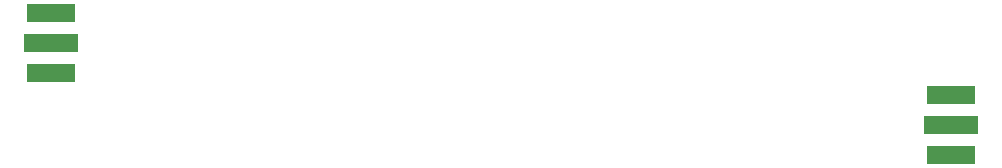
<source format=gbr>
G04 #@! TF.GenerationSoftware,KiCad,Pcbnew,5.1.2-f72e74a~84~ubuntu18.04.1*
G04 #@! TF.CreationDate,2019-12-04T16:39:43+01:00*
G04 #@! TF.ProjectId,FR4_proto3,4652345f-7072-46f7-946f-332e6b696361,rev?*
G04 #@! TF.SameCoordinates,Original*
G04 #@! TF.FileFunction,Paste,Top*
G04 #@! TF.FilePolarity,Positive*
%FSLAX46Y46*%
G04 Gerber Fmt 4.6, Leading zero omitted, Abs format (unit mm)*
G04 Created by KiCad (PCBNEW 5.1.2-f72e74a~84~ubuntu18.04.1) date 2019-12-04 16:39:43*
%MOMM*%
%LPD*%
G04 APERTURE LIST*
%ADD10R,4.060000X1.520000*%
%ADD11R,4.600000X1.520000*%
G04 APERTURE END LIST*
D10*
X171450000Y-112380000D03*
X171450000Y-107300000D03*
D11*
X171450000Y-109840000D03*
D10*
X95250000Y-100330000D03*
X95250000Y-105410000D03*
D11*
X95250000Y-102870000D03*
M02*

</source>
